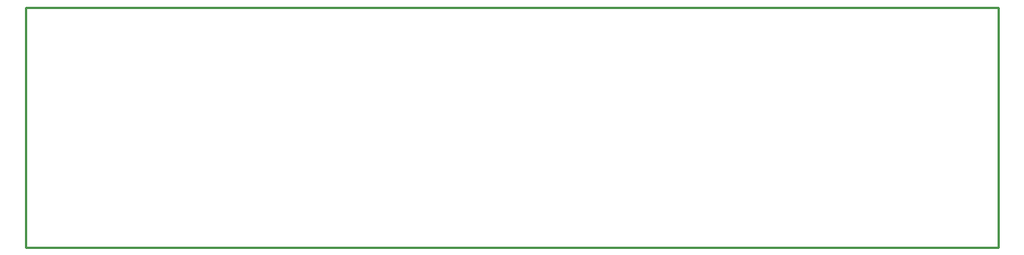
<source format=gbr>
G04 EAGLE Gerber RS-274X export*
G75*
%MOMM*%
%FSLAX34Y34*%
%LPD*%
%IN*%
%IPPOS*%
%AMOC8*
5,1,8,0,0,1.08239X$1,22.5*%
G01*
%ADD10C,0.254000*%


D10*
X0Y80000D02*
X1090000Y80000D01*
X1090000Y350000D01*
X0Y350000D01*
X0Y80000D01*
M02*

</source>
